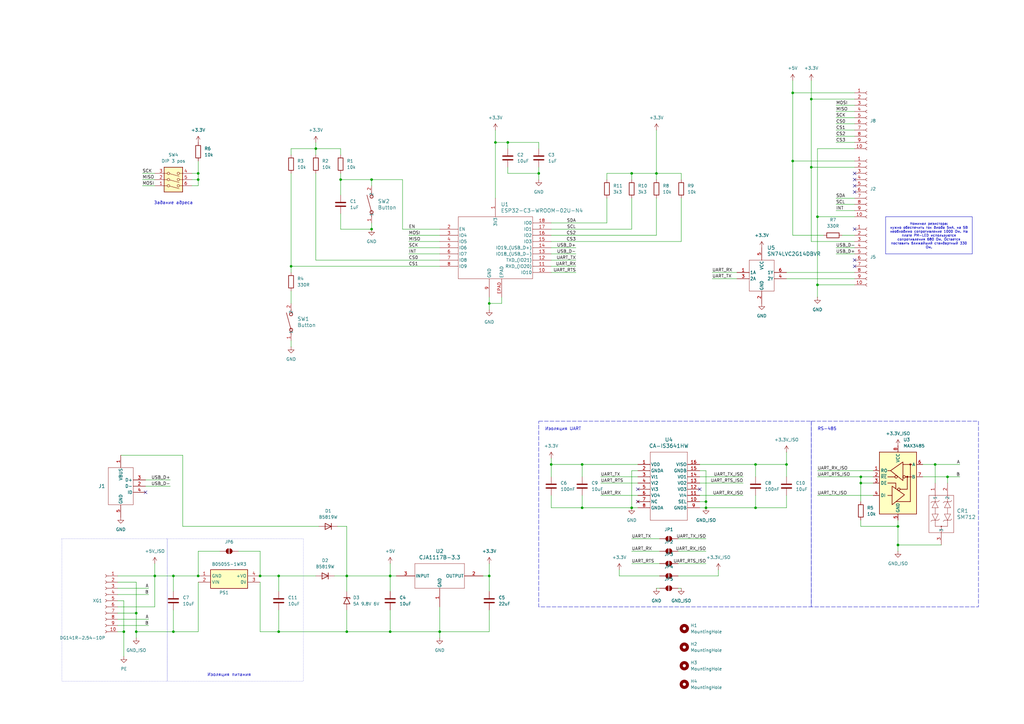
<source format=kicad_sch>
(kicad_sch (version 20231120) (generator "eeschema") (generator_version "8.0")
  (paper "A3")
  (title_block (title "${article} v${version}"))
  (junction (at 238.76 190.5))
  (junction (at 220.98 71.12))
  (junction (at 200.66 124.46))
  (junction (at 129.54 60.96))
  (junction (at 81.28 73.66))
  (junction (at 322.58 190.5))
  (junction (at 106.68 236.22))
  (junction (at 269.24 71.12))
  (junction (at 353.06 195.58))
  (junction (at 353.06 198.12))
  (junction (at 325.12 38.1))
  (junction (at 325.12 66.04))
  (junction (at 289.56 208.28))
  (junction (at 152.4 73.66))
  (junction (at 139.7 73.66))
  (junction (at 208.28 58.42))
  (junction (at 238.76 208.28))
  (junction (at 180.34 259.08))
  (junction (at 119.38 109.22))
  (junction (at 50.8 259.08))
  (junction (at 160.02 259.08))
  (junction (at 368.3 223.52))
  (junction (at 81.28 236.22))
  (junction (at 142.24 259.08))
  (junction (at 388.62 195.58))
  (junction (at 142.24 236.22))
  (junction (at 114.3 259.08))
  (junction (at 71.12 259.08))
  (junction (at 55.88 251.46))
  (junction (at 63.5 236.22))
  (junction (at 226.06 190.5))
  (junction (at 55.88 259.08))
  (junction (at 81.28 71.12))
  (junction (at 383.54 190.5))
  (junction (at 309.88 190.5))
  (junction (at 289.56 205.74))
  (junction (at 332.74 40.64))
  (junction (at 332.74 68.58))
  (junction (at 335.28 116.84))
  (junction (at 152.4 93.98))
  (junction (at 259.08 208.28))
  (junction (at 259.08 71.12))
  (junction (at 203.2 58.42))
  (junction (at 309.88 208.28))
  (junction (at 160.02 236.22))
  (junction (at 114.3 236.22))
  (junction (at 335.28 88.9))
  (junction (at 71.12 236.22))
  (junction (at 200.66 236.22))
  (junction (at 368.3 215.9))
  (no_connect (at 350.52 76.2))
  (no_connect (at 261.62 200.66))
  (no_connect (at 350.52 71.12))
  (no_connect (at 350.52 78.74))
  (no_connect (at 350.52 93.98))
  (no_connect (at 350.52 106.68))
  (no_connect (at 287.02 200.66))
  (no_connect (at 350.52 109.22))
  (no_connect (at 350.52 73.66))
  (no_connect (at 261.62 205.74))
  (no_connect (at 59.69 201.93))
  (wire (pts (xy 238.76 190.5) (xy 261.62 190.5)))
  (wire (pts (xy 332.74 40.64) (xy 350.52 40.64)))
  (wire (pts (xy 203.2 53.34) (xy 203.2 58.42)))
  (wire (pts (xy 278.13 231.14) (xy 289.56 231.14)))
  (wire (pts (xy 74.93 186.69) (xy 74.93 215.9)))
  (wire (pts (xy 287.02 203.2) (xy 304.8 203.2)))
  (wire (pts (xy 200.66 124.46) (xy 200.66 127)))
  (wire (pts (xy 325.12 66.04) (xy 325.12 96.52)))
  (wire (pts (xy 205.74 121.92) (xy 205.74 124.46)))
  (wire (pts (xy 139.7 60.96) (xy 139.7 63.5)))
  (wire (pts (xy 238.76 203.2) (xy 238.76 208.28)))
  (wire (pts (xy 58.42 76.2) (xy 63.5 76.2)))
  (wire (pts (xy 325.12 38.1) (xy 325.12 66.04)))
  (wire (pts (xy 342.9 50.8) (xy 350.52 50.8)))
  (wire (pts (xy 261.62 193.04) (xy 259.08 193.04)))
  (wire (pts (xy 50.8 259.08) (xy 48.26 259.08)))
  (wire (pts (xy 180.34 259.08) (xy 180.34 248.92)))
  (wire (pts (xy 78.74 73.66) (xy 81.28 73.66)))
  (wire (pts (xy 226.06 187.96) (xy 226.06 190.5)))
  (wire (pts (xy 238.76 195.58) (xy 238.76 190.5)))
  (wire (pts (xy 50.8 246.38) (xy 50.8 259.08)))
  (wire (pts (xy 342.9 86.36) (xy 350.52 86.36)))
  (wire (pts (xy 160.02 236.22) (xy 160.02 242.57)))
  (wire (pts (xy 309.88 190.5) (xy 322.58 190.5)))
  (wire (pts (xy 78.74 71.12) (xy 81.28 71.12)))
  (wire (pts (xy 152.4 73.66) (xy 152.4 76.2)))
  (wire (pts (xy 322.58 114.3) (xy 350.52 114.3)))
  (wire (pts (xy 269.24 71.12) (xy 269.24 73.66)))
  (wire (pts (xy 139.7 73.66) (xy 139.7 80.01)))
  (wire (pts (xy 278.13 226.06) (xy 289.56 226.06)))
  (wire (pts (xy 139.7 93.98) (xy 152.4 93.98)))
  (wire (pts (xy 226.06 111.76) (xy 236.22 111.76)))
  (wire (pts (xy 226.06 195.58) (xy 226.06 190.5)))
  (wire (pts (xy 309.88 190.5) (xy 287.02 190.5)))
  (wire (pts (xy 208.28 68.58) (xy 208.28 71.12)))
  (wire (pts (xy 342.9 101.6) (xy 350.52 101.6)))
  (wire (pts (xy 226.06 106.68) (xy 236.22 106.68)))
  (wire (pts (xy 335.28 60.96) (xy 335.28 88.9)))
  (wire (pts (xy 322.58 203.2) (xy 322.58 208.28)))
  (wire (pts (xy 246.38 198.12) (xy 261.62 198.12)))
  (wire (pts (xy 322.58 111.76) (xy 350.52 111.76)))
  (wire (pts (xy 81.28 238.76) (xy 81.28 259.08)))
  (wire (pts (xy 269.24 81.28) (xy 269.24 96.52)))
  (wire (pts (xy 142.24 250.19) (xy 142.24 259.08)))
  (wire (pts (xy 332.74 68.58) (xy 350.52 68.58)))
  (wire (pts (xy 71.12 250.19) (xy 71.12 259.08)))
  (wire (pts (xy 48.26 238.76) (xy 55.88 238.76)))
  (wire (pts (xy 278.13 220.98) (xy 289.56 220.98)))
  (wire (pts (xy 259.08 231.14) (xy 270.51 231.14)))
  (wire (pts (xy 289.56 208.28) (xy 309.88 208.28)))
  (wire (pts (xy 259.08 208.28) (xy 261.62 208.28)))
  (wire (pts (xy 342.9 48.26) (xy 350.52 48.26)))
  (wire (pts (xy 309.88 203.2) (xy 309.88 208.28)))
  (wire (pts (xy 388.62 195.58) (xy 393.7 195.58)))
  (wire (pts (xy 74.93 215.9) (xy 130.81 215.9)))
  (wire (pts (xy 71.12 242.57) (xy 71.12 236.22)))
  (wire (pts (xy 353.06 213.36) (xy 353.06 215.9)))
  (wire (pts (xy 114.3 250.19) (xy 114.3 259.08)))
  (wire (pts (xy 167.64 101.6) (xy 180.34 101.6)))
  (wire (pts (xy 119.38 119.38) (xy 119.38 124.46)))
  (wire (pts (xy 119.38 60.96) (xy 129.54 60.96)))
  (wire (pts (xy 106.68 259.08) (xy 114.3 259.08)))
  (wire (pts (xy 335.28 195.58) (xy 353.06 195.58)))
  (wire (pts (xy 139.7 71.12) (xy 139.7 73.66)))
  (wire (pts (xy 278.13 241.3) (xy 279.4 241.3)))
  (wire (pts (xy 350.52 60.96) (xy 335.28 60.96)))
  (wire (pts (xy 160.02 236.22) (xy 162.56 236.22)))
  (wire (pts (xy 119.38 63.5) (xy 119.38 60.96)))
  (wire (pts (xy 238.76 208.28) (xy 259.08 208.28)))
  (wire (pts (xy 59.69 199.39) (xy 69.85 199.39)))
  (wire (pts (xy 342.9 53.34) (xy 350.52 53.34)))
  (wire (pts (xy 129.54 60.96) (xy 139.7 60.96)))
  (wire (pts (xy 59.69 196.85) (xy 69.85 196.85)))
  (wire (pts (xy 142.24 236.22) (xy 142.24 242.57)))
  (wire (pts (xy 203.2 58.42) (xy 203.2 81.28)))
  (wire (pts (xy 180.34 261.62) (xy 180.34 259.08)))
  (wire (pts (xy 208.28 71.12) (xy 220.98 71.12)))
  (wire (pts (xy 152.4 73.66) (xy 165.1 73.66)))
  (wire (pts (xy 248.92 71.12) (xy 259.08 71.12)))
  (wire (pts (xy 119.38 139.7) (xy 119.38 142.24)))
  (wire (pts (xy 259.08 71.12) (xy 269.24 71.12)))
  (wire (pts (xy 119.38 109.22) (xy 119.38 71.12)))
  (wire (pts (xy 325.12 33.02) (xy 325.12 38.1)))
  (wire (pts (xy 129.54 71.12) (xy 129.54 106.68)))
  (wire (pts (xy 226.06 208.28) (xy 238.76 208.28)))
  (wire (pts (xy 138.43 215.9) (xy 142.24 215.9)))
  (wire (pts (xy 368.3 215.9) (xy 368.3 223.52)))
  (wire (pts (xy 226.06 190.5) (xy 238.76 190.5)))
  (wire (pts (xy 200.66 236.22) (xy 200.66 242.57)))
  (wire (pts (xy 248.92 81.28) (xy 248.92 91.44)))
  (wire (pts (xy 48.26 254) (xy 60.96 254)))
  (wire (pts (xy 137.16 236.22) (xy 142.24 236.22)))
  (wire (pts (xy 200.66 121.92) (xy 200.66 124.46)))
  (wire (pts (xy 203.2 58.42) (xy 208.28 58.42)))
  (wire (pts (xy 358.14 198.12) (xy 353.06 198.12)))
  (wire (pts (xy 220.98 58.42) (xy 220.98 60.96)))
  (wire (pts (xy 106.68 236.22) (xy 114.3 236.22)))
  (wire (pts (xy 142.24 259.08) (xy 160.02 259.08)))
  (wire (pts (xy 350.52 116.84) (xy 335.28 116.84)))
  (wire (pts (xy 200.66 259.08) (xy 180.34 259.08)))
  (wire (pts (xy 55.88 251.46) (xy 55.88 259.08)))
  (wire (pts (xy 322.58 195.58) (xy 322.58 190.5)))
  (wire (pts (xy 55.88 238.76) (xy 55.88 251.46)))
  (wire (pts (xy 254 236.22) (xy 254 233.68)))
  (wire (pts (xy 246.38 203.2) (xy 261.62 203.2)))
  (wire (pts (xy 48.26 248.92) (xy 63.5 248.92)))
  (wire (pts (xy 71.12 259.08) (xy 81.28 259.08)))
  (wire (pts (xy 160.02 259.08) (xy 180.34 259.08)))
  (wire (pts (xy 48.26 246.38) (xy 50.8 246.38)))
  (wire (pts (xy 63.5 231.14) (xy 63.5 236.22)))
  (wire (pts (xy 55.88 259.08) (xy 71.12 259.08)))
  (wire (pts (xy 226.06 99.06) (xy 279.4 99.06)))
  (wire (pts (xy 208.28 58.42) (xy 220.98 58.42)))
  (wire (pts (xy 119.38 109.22) (xy 119.38 111.76)))
  (wire (pts (xy 152.4 91.44) (xy 152.4 93.98)))
  (wire (pts (xy 259.08 73.66) (xy 259.08 71.12)))
  (wire (pts (xy 342.9 58.42) (xy 350.52 58.42)))
  (wire (pts (xy 81.28 66.04) (xy 81.28 71.12)))
  (wire (pts (xy 368.3 223.52) (xy 368.3 226.06)))
  (wire (pts (xy 220.98 71.12) (xy 220.98 73.66)))
  (wire (pts (xy 294.64 233.68) (xy 294.64 236.22)))
  (wire (pts (xy 200.66 124.46) (xy 205.74 124.46)))
  (wire (pts (xy 337.82 96.52) (xy 325.12 96.52)))
  (wire (pts (xy 165.1 73.66) (xy 165.1 93.98)))
  (wire (pts (xy 63.5 236.22) (xy 63.5 248.92)))
  (wire (pts (xy 200.66 236.22) (xy 200.66 231.14)))
  (wire (pts (xy 309.88 195.58) (xy 309.88 190.5)))
  (wire (pts (xy 90.17 226.06) (xy 81.28 226.06)))
  (wire (pts (xy 129.54 106.68) (xy 180.34 106.68)))
  (wire (pts (xy 322.58 185.42) (xy 322.58 190.5)))
  (wire (pts (xy 388.62 198.12) (xy 388.62 195.58)))
  (wire (pts (xy 71.12 236.22) (xy 81.28 236.22)))
  (wire (pts (xy 294.64 236.22) (xy 278.13 236.22)))
  (wire (pts (xy 106.68 238.76) (xy 106.68 259.08)))
  (wire (pts (xy 368.3 223.52) (xy 386.08 223.52)))
  (wire (pts (xy 287.02 198.12) (xy 304.8 198.12)))
  (wire (pts (xy 58.42 71.12) (xy 63.5 71.12)))
  (wire (pts (xy 368.3 215.9) (xy 368.3 213.36)))
  (wire (pts (xy 342.9 55.88) (xy 350.52 55.88)))
  (wire (pts (xy 287.02 205.74) (xy 289.56 205.74)))
  (wire (pts (xy 383.54 190.5) (xy 393.7 190.5)))
  (wire (pts (xy 287.02 193.04) (xy 289.56 193.04)))
  (wire (pts (xy 309.88 208.28) (xy 322.58 208.28)))
  (wire (pts (xy 383.54 198.12) (xy 383.54 190.5)))
  (wire (pts (xy 292.1 111.76) (xy 302.26 111.76)))
  (wire (pts (xy 269.24 71.12) (xy 279.4 71.12)))
  (wire (pts (xy 332.74 40.64) (xy 332.74 68.58)))
  (wire (pts (xy 353.06 198.12) (xy 353.06 205.74)))
  (wire (pts (xy 335.28 203.2) (xy 358.14 203.2)))
  (wire (pts (xy 63.5 236.22) (xy 48.26 236.22)))
  (wire (pts (xy 58.42 73.66) (xy 63.5 73.66)))
  (wire (pts (xy 226.06 109.22) (xy 236.22 109.22)))
  (wire (pts (xy 114.3 242.57) (xy 114.3 236.22)))
  (wire (pts (xy 269.24 53.34) (xy 269.24 71.12)))
  (wire (pts (xy 200.66 250.19) (xy 200.66 259.08)))
  (wire (pts (xy 142.24 259.08) (xy 114.3 259.08)))
  (wire (pts (xy 335.28 193.04) (xy 358.14 193.04)))
  (wire (pts (xy 332.74 33.02) (xy 332.74 40.64)))
  (wire (pts (xy 142.24 215.9) (xy 142.24 236.22)))
  (wire (pts (xy 353.06 215.9) (xy 368.3 215.9)))
  (wire (pts (xy 342.9 81.28) (xy 350.52 81.28)))
  (wire (pts (xy 114.3 236.22) (xy 129.54 236.22)))
  (wire (pts (xy 259.08 81.28) (xy 259.08 93.98)))
  (wire (pts (xy 139.7 73.66) (xy 152.4 73.66)))
  (wire (pts (xy 332.74 99.06) (xy 350.52 99.06)))
  (wire (pts (xy 289.56 193.04) (xy 289.56 205.74)))
  (wire (pts (xy 226.06 91.44) (xy 248.92 91.44)))
  (wire (pts (xy 129.54 60.96) (xy 129.54 63.5)))
  (wire (pts (xy 259.08 226.06) (xy 270.51 226.06)))
  (wire (pts (xy 81.28 73.66) (xy 81.28 76.2)))
  (wire (pts (xy 78.74 76.2) (xy 81.28 76.2)))
  (wire (pts (xy 259.08 220.98) (xy 270.51 220.98)))
  (wire (pts (xy 325.12 38.1) (xy 350.52 38.1)))
  (wire (pts (xy 335.28 116.84) (xy 335.28 121.92)))
  (wire (pts (xy 270.51 236.22) (xy 254 236.22)))
  (wire (pts (xy 289.56 205.74) (xy 289.56 208.28)))
  (wire (pts (xy 226.06 96.52) (xy 269.24 96.52)))
  (wire (pts (xy 63.5 236.22) (xy 71.12 236.22)))
  (wire (pts (xy 226.06 101.6) (xy 236.22 101.6)))
  (wire (pts (xy 167.64 99.06) (xy 180.34 99.06)))
  (wire (pts (xy 81.28 71.12) (xy 81.28 73.66)))
  (wire (pts (xy 226.06 203.2) (xy 226.06 208.28)))
  (wire (pts (xy 160.02 231.14) (xy 160.02 236.22)))
  (wire (pts (xy 269.24 241.3) (xy 270.51 241.3)))
  (wire (pts (xy 50.8 269.24) (xy 50.8 259.08)))
  (wire (pts (xy 378.46 190.5) (xy 383.54 190.5)))
  (wire (pts (xy 160.02 250.19) (xy 160.02 259.08)))
  (wire (pts (xy 279.4 73.66) (xy 279.4 71.12)))
  (wire (pts (xy 292.1 114.3) (xy 302.26 114.3)))
  (wire (pts (xy 48.26 241.3) (xy 60.96 241.3)))
  (wire (pts (xy 342.9 45.72) (xy 350.52 45.72)))
  (wire (pts (xy 342.9 43.18) (xy 350.52 43.18)))
  (wire (pts (xy 342.9 104.14) (xy 350.52 104.14)))
  (wire (pts (xy 353.06 198.12) (xy 353.06 195.58)))
  (wire (pts (xy 198.12 236.22) (xy 200.66 236.22)))
  (wire (pts (xy 378.46 195.58) (xy 388.62 195.58)))
  (wire (pts (xy 350.52 96.52) (xy 345.44 96.52)))
  (wire (pts (xy 287.02 195.58) (xy 304.8 195.58)))
  (wire (pts (xy 97.79 226.06) (xy 106.68 226.06)))
  (wire (pts (xy 287.02 208.28) (xy 289.56 208.28)))
  (wire (pts (xy 226.06 104.14) (xy 236.22 104.14)))
  (wire (pts (xy 142.24 236.22) (xy 160.02 236.22)))
  (wire (pts (xy 335.28 116.84) (xy 335.28 88.9)))
  (wire (pts (xy 208.28 60.96) (xy 208.28 58.42)))
  (wire (pts (xy 48.26 256.54) (xy 60.96 256.54)))
  (wire (pts (xy 129.54 58.42) (xy 129.54 60.96)))
  (wire (pts (xy 335.28 88.9) (xy 350.52 88.9)))
  (wire (pts (xy 226.06 93.98) (xy 259.08 93.98)))
  (wire (pts (xy 106.68 226.06) (xy 106.68 236.22)))
  (wire (pts (xy 246.38 195.58) (xy 261.62 195.58)))
  (wire (pts (xy 259.08 193.04) (xy 259.08 208.28)))
  (wire (pts (xy 332.74 99.06) (xy 332.74 68.58)))
  (wire (pts (xy 279.4 81.28) (xy 279.4 99.06)))
  (wire (pts (xy 49.53 186.69) (xy 74.93 186.69)))
  (wire (pts (xy 55.88 259.08) (xy 55.88 261.62)))
  (wire (pts (xy 167.64 96.52) (xy 180.34 96.52)))
  (wire (pts (xy 139.7 87.63) (xy 139.7 93.98)))
  (wire (pts (xy 81.28 226.06) (xy 81.28 236.22)))
  (wire (pts (xy 325.12 66.04) (xy 350.52 66.04)))
  (wire (pts (xy 342.9 83.82) (xy 350.52 83.82)))
  (wire (pts (xy 165.1 93.98) (xy 180.34 93.98)))
  (wire (pts (xy 48.26 251.46) (xy 55.88 251.46)))
  (wire (pts (xy 353.06 195.58) (xy 358.14 195.58)))
  (wire (pts (xy 119.38 109.22) (xy 180.34 109.22)))
  (wire (pts (xy 167.64 104.14) (xy 180.34 104.14)))
  (wire (pts (xy 220.98 68.58) (xy 220.98 71.12)))
  (wire (pts (xy 48.26 243.84) (xy 60.96 243.84)))
  (wire (pts (xy 248.92 73.66) (xy 248.92 71.12)))
  (rectangle (start 25.4 220.98) (end 68.58 279.4) (stroke (width 0) (type dot)))
  (rectangle (start 220.98 172.72) (end 332.74 248.92) (stroke (width 0) (type dash)))
  (rectangle (start 332.74 172.72) (end 401.32 248.92) (stroke (width 0) (type dash)))
  (rectangle (start 68.58 220.98) (end 124.46 279.4) (stroke (width 0) (type dot)))
  (text_box "Номинал резистора:\nнужно обеспечить ток диода 5мА, на 5В необходимо сопротивление 1000 Ом. На плате PM-LED используются сопротивления 680 Ом. Остается поставить ближайший стандартный 330 Ом." (at 363.22 88.9 0) (size 35.56 15.24) (effects (font (size 1 1))))
  (text "Задание адреса" (at 71.12 83.312 0) (effects (font (size 1.27 1.27))))
  (text "RS-485" (at 335.28 175.26 0) (effects (font (size 1.27 1.27)) (justify left top)))
  (text "Изоляция UART" (at 223.52 175.26 0) (effects (font (size 1.27 1.27)) (justify left top)))
  (text "Изоляция питания" (at 93.98 276.86 0) (effects (font (size 1.27 1.27))))
  (label "UART_RX_ISO" (at 304.8 203.2 180))
  (label "SDA" (at 342.9 81.28 0))
  (label "USB_D+" (at 69.85 196.85 180))
  (label "CS2" (at 236.22 96.52 180))
  (label "UART_RTS_ISO" (at 335.28 195.58 0))
  (label "USB_D-" (at 69.85 199.39 180))
  (label "CS0" (at 167.64 106.68 0))
  (label "CS1" (at 167.64 109.22 0))
  (label "UART_RX" (at 246.38 203.2 0))
  (label "UART_RTS_ISO" (at 304.8 198.12 180))
  (label "SCK" (at 58.42 71.12 0))
  (label "CS1" (at 342.9 53.34 0))
  (label "UART_TX_ISO" (at 289.56 220.98 180))
  (label "CS2" (at 342.9 55.88 0))
  (label "MISO" (at 58.42 73.66 0))
  (label "SCK" (at 167.64 101.6 0))
  (label "MOSI" (at 342.9 43.18 0))
  (label "UART_RTS" (at 259.08 231.14 0))
  (label "SCL" (at 342.9 83.82 0))
  (label "CS0" (at 342.9 50.8 0))
  (label "UART_RTS" (at 246.38 198.12 0))
  (label "SCK" (at 342.9 48.26 0))
  (label "UART_RX" (at 259.08 226.06 0))
  (label "USB_D+" (at 342.9 104.14 0))
  (label "A" (at 393.7 190.5 180))
  (label "INT" (at 342.9 86.36 0))
  (label "USB_D-" (at 236.22 104.14 180))
  (label "SCL" (at 236.22 93.98 180))
  (label "UART_RX_ISO" (at 289.56 226.06 180))
  (label "USB_D+" (at 236.22 101.6 180))
  (label "A" (at 60.96 254 180))
  (label "MISO" (at 342.9 45.72 0))
  (label "UART_TX_ISO" (at 304.8 195.58 180))
  (label "A" (at 60.96 241.3 180))
  (label "UART_RTS_ISO" (at 289.56 231.14 180))
  (label "UART_TX_ISO" (at 335.28 203.2 0))
  (label "CS3" (at 342.9 58.42 0))
  (label "MISO" (at 167.64 99.06 0))
  (label "SDA" (at 236.22 91.44 180))
  (label "UART_TX" (at 292.1 114.3 0))
  (label "UART_TX" (at 246.38 195.58 0))
  (label "UART_RX" (at 236.22 109.22 180))
  (label "UART_RX_ISO" (at 335.28 193.04 0))
  (label "CS3" (at 236.22 99.06 180))
  (label "EN" (at 167.64 93.98 0))
  (label "MOSI" (at 58.42 76.2 0))
  (label "UART_TX" (at 259.08 220.98 0))
  (label "UART_RX" (at 292.1 111.76 0))
  (label "B" (at 60.96 243.84 180))
  (label "MOSI" (at 167.64 96.52 0))
  (label "B" (at 60.96 256.54 180))
  (label "UART_TX" (at 236.22 106.68 180))
  (label "INT" (at 167.64 104.14 0))
  (label "USB_D-" (at 342.9 101.6 0))
  (label "UART_RTS" (at 236.22 111.76 180))
  (label "B" (at 393.7 195.58 180))
  (symbol (lib_id "kicad_inventree_lib:R_10k_1206_1%") (at 129.54 67.31 0) (unit 1)
    (property "Reference" "R2" (at 132.08 66.0399 0) (effects (justify left)))
    (property "Value" "10k" (at 132.08 68.5799 0) (effects (justify left)))
    (property "Footprint" "Resistor_SMD:R_1206_3216Metric_Pad1.30x1.75mm_HandSolder" (effects (hide yes)))
    (property "Datasheet" "http://inventree.network/part/26/" (effects (hide yes)))
    (property "Description" "Resistor" (effects (hide yes)))
    (property "NextPCB_price" "0.00169" (effects (hide yes)))
    (property "NextPCB_url" "https://www.hqonline.com/product-detail/chip-resistors-fojan-frc1206f3301ts-2500354421" (effects (hide yes)))
    (property "part_ipn" "R_10k_1206_1%" (effects (hide yes)))
  )
  (symbol (lib_id "kicad_inventree_lib:DA-03BLP") (at 71.12 73.66 0) (mirror x) (unit 1)
    (property "Reference" "SW4" (at 71.12 63.5 0))
    (property "Value" "DIP 3 pos" (at 71.12 66.04 0))
    (property "Footprint" "kicad_inventree_lib:DA03BLP" (effects (hide yes)))
    (property "Datasheet" "http://inventree.network/part/175/" (effects (hide yes)))
    (property "Description" "3 positions SPST 24V Blue 25mA 3000 Times Flat Toggle, Raised Style Plugin DIP Switches" (effects (hide yes)))
    (property "part_ipn" "DA-03BLP" (effects (hide yes)))
  )
  (symbol (lib_id "kicad_inventree_lib:TS-1088-AR02016") (at 152.4 91.44 90) (unit 1)
    (property "Reference" "SW2" (at 154.94 82.5499 90) (effects (font (size 1.524 1.524)) (justify right)))
    (property "Value" "Button" (at 154.94 85.0899 90) (effects (font (size 1.524 1.524)) (justify right)))
    (property "Footprint" "kicad_inventree_lib:SW_TS-1088_XNP-M" (effects (hide yes)))
    (property "Datasheet" "http://inventree.network/part/139/" (effects (hide yes)))
    (property "part_ipn" "TS-1088-AR02016 " (effects (hide yes)))
  )
  (symbol (lib_id "power:+3.3V") (at 312.42 101.6 0) (unit 1)
    (property "Reference" "#PWR029" (effects (hide yes)))
    (property "Value" "+3.3V" (at 312.42 96.52 0))
    (property "Description" "Power symbol creates a global label with name \"+3.3V\"" (effects (hide yes)))
  )
  (symbol (lib_id "kicad_inventree_lib:R_10k_1206_1%") (at 81.28 62.23 0) (unit 1)
    (property "Reference" "R6" (at 83.82 60.9599 0) (effects (justify left)))
    (property "Value" "10k" (at 83.82 63.4999 0) (effects (justify left)))
    (property "Footprint" "Resistor_SMD:R_1206_3216Metric_Pad1.30x1.75mm_HandSolder" (effects (hide yes)))
    (property "Datasheet" "http://inventree.network/part/26/" (effects (hide yes)))
    (property "Description" "Resistor" (effects (hide yes)))
    (property "NextPCB_price" "0.00169" (effects (hide yes)))
    (property "NextPCB_url" "https://www.hqonline.com/product-detail/chip-resistors-fojan-frc1206f3301ts-2500354421" (effects (hide yes)))
    (property "part_ipn" "R_10k_1206_1%" (effects (hide yes)))
  )
  (symbol (lib_id "kicad_inventree_lib:C_10uF_16V_1206") (at 208.28 64.77 180) (unit 1)
    (property "Reference" "C2" (at 212.09 63.4999 0) (effects (justify right)))
    (property "Value" "10uF" (at 212.09 66.0399 0) (effects (justify right)))
    (property "Footprint" "Capacitor_SMD:C_1206_3216Metric_Pad1.33x1.80mm_HandSolder" (effects (hide yes)))
    (property "Datasheet" "http://inventree.network/part/141/" (effects (hide yes)))
    (property "Description" "Unpolarized capacitor" (effects (hide yes)))
    (property "part_ipn" "C_10uF_16V_1206" (effects (hide yes)))
  )
  (symbol (lib_id "power:GND") (at 259.08 208.28 0) (unit 1)
    (property "Reference" "#PWR021" (effects (hide yes)))
    (property "Value" "GND" (at 259.08 213.36 0))
    (property "Description" "Power symbol creates a global label with name \"GND\" , ground" (effects (hide yes)))
  )
  (symbol (lib_id "kicad_inventree_lib:R_330R_1206_1%") (at 119.38 115.57 0) (unit 1)
    (property "Reference" "R4" (at 121.92 114.2999 0) (effects (justify left)))
    (property "Value" "330R" (at 121.92 116.8399 0) (effects (justify left)))
    (property "Footprint" "Resistor_SMD:R_1206_3216Metric_Pad1.30x1.75mm_HandSolder" (effects (hide yes)))
    (property "Datasheet" "http://inventree.network/part/140/" (effects (hide yes)))
    (property "Description" "Resistor" (effects (hide yes)))
    (property "part_ipn" "R_330R_1206_1% " (effects (hide yes)))
  )
  (symbol (lib_id "power:+3.3V") (at 81.28 58.42 0) (unit 1)
    (property "Reference" "#PWR012" (effects (hide yes)))
    (property "Value" "+3.3V" (at 81.28 53.34 0))
    (property "Description" "Power symbol creates a global label with name \"+3.3V\"" (effects (hide yes)))
  )
  (symbol (lib_id "kicad_inventree_lib:C_1uF_16V_1206") (at 139.7 83.82 0) (unit 1)
    (property "Reference" "C1" (at 143.51 82.5499 0) (effects (justify left)))
    (property "Value" "1uF" (at 143.51 85.0899 0) (effects (justify left)))
    (property "Footprint" "Capacitor_SMD:C_1206_3216Metric_Pad1.33x1.80mm_HandSolder" (effects (hide yes)))
    (property "Datasheet" "http://inventree.network/part/141/" (effects (hide yes)))
    (property "Description" "Unpolarized capacitor" (effects (hide yes)))
    (property "part_ipn" "C_1uF_16V_1206" (effects (hide yes)))
  )
  (symbol (lib_id "power:GND") (at 220.98 73.66 0) (unit 1)
    (property "Reference" "#PWR010" (effects (hide yes)))
    (property "Value" "GND" (at 220.98 78.74 0))
    (property "Description" "Power symbol creates a global label with name \"GND\" , ground" (effects (hide yes)))
  )
  (symbol (lib_id "power:GND") (at 279.4 241.3 0) (mirror y) (unit 1)
    (property "Reference" "#PWR027" (effects (hide yes)))
    (property "Value" "GND_ISO" (at 279.4 246.38 0))
    (property "Description" "Power symbol creates a global label with name \"GND\" , ground" (effects (hide yes)))
  )
  (symbol (lib_id "kicad_inventree_lib:R_10k_1206_1%") (at 119.38 67.31 0) (unit 1)
    (property "Reference" "R3" (at 121.92 66.0399 0) (effects (justify left)))
    (property "Value" "10k" (at 121.92 68.5799 0) (effects (justify left)))
    (property "Footprint" "Resistor_SMD:R_1206_3216Metric_Pad1.30x1.75mm_HandSolder" (effects (hide yes)))
    (property "Datasheet" "http://inventree.network/part/26/" (effects (hide yes)))
    (property "Description" "Resistor" (effects (hide yes)))
    (property "NextPCB_price" "0.00169" (effects (hide yes)))
    (property "NextPCB_url" "https://www.hqonline.com/product-detail/chip-resistors-fojan-frc1206f3301ts-2500354421" (effects (hide yes)))
    (property "part_ipn" "R_10k_1206_1%" (effects (hide yes)))
  )
  (symbol (lib_id "kicad_inventree_lib:C_22uF_16V_1206") (at 200.66 246.38 0) (unit 1)
    (property "Reference" "C5" (at 204.47 245.1099 0) (effects (justify left)))
    (property "Value" "22uF" (at 204.47 247.6499 0) (effects (justify left)))
    (property "Footprint" "Capacitor_SMD:C_1206_3216Metric_Pad1.33x1.80mm_HandSolder" (effects (hide yes)))
    (property "Datasheet" "http://inventree.network/part/166/" (effects (hide yes)))
    (property "Description" "Unpolarized capacitor" (effects (hide yes)))
    (property "part_ipn" "C_22uF_16V_1206" (effects (hide yes)))
  )
  (symbol (lib_id "power:+5V") (at 325.12 33.02 0) (unit 1)
    (property "Reference" "#PWR03" (effects (hide yes)))
    (property "Value" "+5V" (at 325.12 27.94 0))
    (property "Description" "Power symbol creates a global label with name \"+5V\"" (effects (hide yes)))
  )
  (symbol (lib_id "kicad_inventree_lib:C_10uF_16V_1206") (at 238.76 199.39 0) (unit 1)
    (property "Reference" "C9" (at 242.57 198.1199 0) (effects (justify left)))
    (property "Value" "10uF" (at 242.57 200.6599 0) (effects (justify left)))
    (property "Footprint" "Capacitor_SMD:C_1206_3216Metric_Pad1.33x1.80mm_HandSolder" (effects (hide yes)))
    (property "Datasheet" "http://inventree.network/part/141/" (effects (hide yes)))
    (property "Description" "Unpolarized capacitor" (effects (hide yes)))
    (property "part_ipn" "C_10uF_16V_1206" (effects (hide yes)))
    (property "optional" "1" (effects (hide yes)))
  )
  (symbol (lib_id "Jumper:SolderJumper_2_Open") (at 274.32 231.14 0) (unit 1) (exclude_from_sim yes) (in_bom no)
    (property "Reference" "JP3" (at 274.32 227.33 0))
    (property "Value" "SolderJumper_2_Open" (effects (hide yes)))
    (property "Footprint" "Jumper:SolderJumper-2_P1.3mm_Open_RoundedPad1.0x1.5mm" (effects (hide yes)))
    (property "Description" "Solder Jumper, 2-pole, open" (effects (hide yes)))
  )
  (symbol (lib_id "power:+3.3V") (at 294.64 233.68 0) (unit 1)
    (property "Reference" "#PWR026" (effects (hide yes)))
    (property "Value" "+3.3V_ISO" (at 294.64 228.6 0))
    (property "Description" "Power symbol creates a global label with name \"+3.3V\"" (effects (hide yes)))
  )
  (symbol (lib_id "kicad_inventree_lib:DG141R-2.54-10P") (at 43.18 246.38 0) (mirror y) (unit 1)
    (property "Reference" "XG1" (at 41.91 246.3799 0) (effects (justify left)))
    (property "Value" "DG141R-2.54-10P" (at 43.18 261.62 0) (effects (justify left)))
    (property "Footprint" "kicad_inventree_lib:DG141R-2.54-10P" (effects (hide yes)))
    (property "Datasheet" "http://inventree.network/platform/part/183/details" (effects (hide yes)))
    (property "Description" "Generic connector, single row, 01x10, script generated" (effects (hide yes)))
    (property "part_ipn" "DG141R-2.54-10P" (effects (hide yes)))
  )
  (symbol (lib_id "kicad_inventree_lib:B5819W") (at 134.62 215.9 180) (unit 1)
    (property "Reference" "D1" (at 134.62 209.55 0))
    (property "Value" "B5819W" (at 134.62 212.09 0))
    (property "Footprint" "Diode_SMD:D_SOD-123" (effects (hide yes)))
    (property "Datasheet" "http://inventree.network/part/6/" (effects (hide yes)))
    (property "Description" "Schottky diode" (effects (hide yes)))
    (property "Sim.Device" "D" (effects (hide yes)))
    (property "Sim.Pins" "1=K 2=A" (effects (hide yes)))
    (property "Manufacturer" "MDD" (effects (hide yes)))
    (property "NextPCB_price" "0.0107" (effects (hide yes)))
    (property "NextPCB_url" "https://www.hqonline.com/product-detail/schottky-diode-mdd-b5819w-2500218931" (effects (hide yes)))
    (property "part_ipn" "B5819W" (effects (hide yes)))
  )
  (symbol (lib_id "kicad_inventree_lib:TS-1088-AR02016") (at 119.38 139.7 90) (unit 1)
    (property "Reference" "SW1" (at 121.92 130.8099 90) (effects (font (size 1.524 1.524)) (justify right)))
    (property "Value" "Button" (at 121.92 133.3499 90) (effects (font (size 1.524 1.524)) (justify right)))
    (property "Footprint" "kicad_inventree_lib:SW_TS-1088_XNP-M" (effects (hide yes)))
    (property "Datasheet" "http://inventree.network/part/139/" (effects (hide yes)))
    (property "part_ipn" "TS-1088-AR02016 " (effects (hide yes)))
  )
  (symbol (lib_id "power:GND") (at 152.4 93.98 0) (unit 1)
    (property "Reference" "#PWR09" (effects (hide yes)))
    (property "Value" "GND" (at 152.4 99.06 0))
    (property "Description" "Power symbol creates a global label with name \"GND\" , ground" (effects (hide yes)))
  )
  (symbol (lib_id "Mechanical:MountingHole") (at 280.67 280.67 0) (unit 1) (exclude_from_sim yes) (in_bom no)
    (property "Reference" "H4" (at 283.21 279.3999 0) (effects (justify left)))
    (property "Value" "MountingHole" (at 283.21 281.9399 0) (effects (justify left)))
    (property "Footprint" "MountingHole:MountingHole_2.1mm" (effects (hide yes)))
    (property "Description" "Mounting Hole without connection" (effects (hide yes)))
  )
  (symbol (lib_name "AFA07-S10FCC-00_2") (lib_id "kicad_inventree_lib:AFA07-S10FCC-00") (at 355.6 76.2 0) (unit 1)
    (property "Reference" "J2" (at 356.87 77.4699 0) (effects (justify left)))
    (property "Value" "AFA07-S10FCC-00" (effects (hide yes)))
    (property "Footprint" "kicad_inventree_lib:CONN10_AFA07-S10_JUS" (effects (hide yes)))
    (property "Datasheet" "http://inventree.network/part/170/" (effects (hide yes)))
    (property "Description" "Generic connector, single row, 01x10, script generated" (effects (hide yes)))
    (property "part_ipn" "AFA07-S10FCC-00" (effects (hide yes)))
  )
  (symbol (lib_id "kicad_inventree_lib:LESD3Z5.0T1G") (at 142.24 246.38 270) (unit 1)
    (property "Reference" "D3" (at 144.78 245.1099 90) (effects (justify left)))
    (property "Value" "5A 9.8V 6V" (at 144.78 247.6499 90) (effects (justify left)))
    (property "Footprint" "Diode_SMD:D_SOD-323_HandSoldering" (effects (hide yes)))
    (property "Datasheet" "http://inventree.network/part/167/" (effects (hide yes)))
    (property "Description" "5A 9.8V 6V Unidirectional 5V SOD-323 ESD and Surge Protection (TVS/ESD) ROHS" (effects (hide yes)))
    (property "part_ipn" "LESD3Z5.0T1G" (effects (hide yes)))
  )
  (symbol (lib_id "kicad_inventree_lib:R_10k_1206_1%") (at 269.24 77.47 0) (unit 1)
    (property "Reference" "R8" (at 271.78 76.1999 0) (effects (justify left)))
    (property "Value" "10k" (at 271.78 78.7399 0) (effects (justify left)))
    (property "Footprint" "Resistor_SMD:R_1206_3216Metric_Pad1.30x1.75mm_HandSolder" (effects (hide yes)))
    (property "Datasheet" "http://inventree.network/part/26/" (effects (hide yes)))
    (property "Description" "Resistor" (effects (hide yes)))
    (property "NextPCB_price" "0.00169" (effects (hide yes)))
    (property "NextPCB_url" "https://www.hqonline.com/product-detail/chip-resistors-fojan-frc1206f3301ts-2500354421" (effects (hide yes)))
    (property "part_ipn" "R_10k_1206_1%" (effects (hide yes)))
  )
  (symbol (lib_id "kicad_inventree_lib:R_3k3_1206_1%") (at 259.08 77.47 0) (unit 1)
    (property "Reference" "R10" (at 261.62 76.1999 0) (effects (justify left)))
    (property "Value" "3k3" (at 261.62 78.7399 0) (effects (justify left)))
    (property "Footprint" "Resistor_SMD:R_1206_3216Metric_Pad1.30x1.75mm_HandSolder" (effects (hide yes)))
    (property "Datasheet" "http://inventree.network/part/4/" (effects (hide yes)))
    (property "Description" "Resistor" (effects (hide yes)))
    (property "NextPCB_price" "0.00169" (effects (hide yes)))
    (property "NextPCB_url" "https://www.hqonline.com/product-detail/chip-resistors-fojan-frc1206f3301ts-2500354421" (effects (hide yes)))
    (property "part_ipn" "R_3k3_1206_1%" (effects (hide yes)))
  )
  (symbol (lib_id "power:+3.3V") (at 332.74 33.02 0) (unit 1)
    (property "Reference" "#PWR04" (effects (hide yes)))
    (property "Value" "+3.3V" (at 332.74 27.94 0))
    (property "Description" "Power symbol creates a global label with name \"+3.3V\"" (effects (hide yes)))
  )
  (symbol (lib_id "Mechanical:MountingHole") (at 280.67 265.43 0) (unit 1) (exclude_from_sim yes) (in_bom no)
    (property "Reference" "H2" (at 283.21 264.1599 0) (effects (justify left)))
    (property "Value" "MountingHole" (at 283.21 266.6999 0) (effects (justify left)))
    (property "Footprint" "MountingHole:MountingHole_2.1mm" (effects (hide yes)))
    (property "Description" "Mounting Hole without connection" (effects (hide yes)))
  )
  (symbol (lib_id "kicad_inventree_lib:XKG_U254-051T-4BH83-S1S") (at 49.53 191.77 0) (mirror y) (unit 1)
    (property "Reference" "J1" (at 43.18 199.3899 0) (effects (font (size 1.524 1.524)) (justify left)))
    (property "Value" "U254-051T-4BH83-S1S" (effects (hide yes)))
    (property "Footprint" "kicad_inventree_lib:CONN5_H83-S1S_XKB" (effects (hide yes)))
    (property "Datasheet" "http://inventree.network/part/136/" (effects (hide yes)))
    (property "part_ipn" "U254-051T-4BH83-S1S " (effects (hide yes)))
  )
  (symbol (lib_id "kicad_inventree_lib:C_1uF_16V_1206") (at 220.98 64.77 0) (unit 1)
    (property "Reference" "C3" (at 224.79 63.4999 0) (effects (justify left)))
    (property "Value" "1uF" (at 224.79 66.0399 0) (effects (justify left)))
    (property "Footprint" "Capacitor_SMD:C_1206_3216Metric_Pad1.33x1.80mm_HandSolder" (effects (hide yes)))
    (property "Datasheet" "http://inventree.network/part/141/" (effects (hide yes)))
    (property "Description" "Unpolarized capacitor" (effects (hide yes)))
    (property "part_ipn" "C_1uF_16V_1206" (effects (hide yes)))
  )
  (symbol (lib_id "kicad_inventree_lib:B0505S-1WR3") (at 78.74 236.22 0) (unit 1)
    (property "Reference" "PS1" (at 89.916 243.078 0) (effects (justify left)))
    (property "Value" "B0505S-1WR3" (at 86.868 231.394 0) (effects (justify left)))
    (property "Footprint" "B0505S1WR3" (effects (hide yes)))
    (property "Datasheet" "http://inventree.network/platform/part/181/details" (effects (hide yes)))
    (property "Description" "SIP Converter" (effects (hide yes)))
    (property "Height" "10.16" (effects (hide yes)))
    (property "Manufacturer_Name" "Mornsun Power" (effects (hide yes)))
    (property "Manufacturer_Part_Number" "B0505S-1WR3" (effects (hide yes)))
    (property "part_ipn" "B0505S-1WR3" (effects (hide yes)))
    (property "optional" "1" (effects (hide yes)))
  )
  (symbol (lib_id "Jumper:SolderJumper_2_Open") (at 274.32 241.3 0) (unit 1) (exclude_from_sim yes) (in_bom no)
    (property "Reference" "JP5" (at 274.32 237.49 0))
    (property "Value" "SolderJumper_2_Open" (effects (hide yes)))
    (property "Footprint" "Jumper:SolderJumper-2_P1.3mm_Open_RoundedPad1.0x1.5mm" (effects (hide yes)))
    (property "Description" "Solder Jumper, 2-pole, open" (effects (hide yes)))
  )
  (symbol (lib_id "Jumper:SolderJumper_2_Open") (at 93.98 226.06 0) (unit 1) (exclude_from_sim yes) (in_bom no)
    (property "Reference" "JP6" (at 93.98 222.25 0))
    (property "Value" "SolderJumper_2_Open" (effects (hide yes)))
    (property "Footprint" "Jumper:SolderJumper-2_P1.3mm_Open_RoundedPad1.0x1.5mm" (effects (hide yes)))
    (property "Description" "Solder Jumper, 2-pole, open" (effects (hide yes)))
  )
  (symbol (lib_id "power:+3.3V") (at 368.3 182.88 0) (unit 1)
    (property "Reference" "#PWR017" (effects (hide yes)))
    (property "Value" "+3.3V_ISO" (at 368.3 177.8 0))
    (property "Description" "Power symbol creates a global label with name \"+3.3V\"" (effects (hide yes)))
  )
  (symbol (lib_id "kicad_inventree_lib:SN74LVC2G14DBVR") (at 312.42 106.68 0) (unit 1)
    (property "Reference" "U5" (at 314.6141 101.6 0) (effects (font (size 1.524 1.524)) (justify left)))
    (property "Value" "SN74LVC2G14DBVR" (at 314.6141 104.14 0) (effects (font (size 1.524 1.524)) (justify left)))
    (property "Footprint" "kicad_inventree_lib:DBV6-M" (effects (hide yes)))
    (property "Datasheet" "SN74LVC2G14DBVR" (effects (hide yes)))
  )
  (symbol (lib_id "power:+3.3V") (at 203.2 53.34 0) (unit 1)
    (property "Reference" "#PWR014" (effects (hide yes)))
    (property "Value" "+3.3V" (at 203.2 48.26 0))
    (property "Description" "Power symbol creates a global label with name \"+3.3V\"" (effects (hide yes)))
  )
  (symbol (lib_id "power:GND") (at 180.34 261.62 0) (mirror y) (unit 1)
    (property "Reference" "#PWR05" (effects (hide yes)))
    (property "Value" "GND" (at 180.34 266.7 0))
    (property "Description" "Power symbol creates a global label with name \"GND\" , ground" (effects (hide yes)))
  )
  (symbol (lib_id "kicad_inventree_lib:R_330R_1206_1%") (at 341.63 96.52 90) (unit 1)
    (property "Reference" "R7" (at 341.63 90.17 90))
    (property "Value" "330R" (at 341.63 92.71 90))
    (property "Footprint" "Resistor_SMD:R_1206_3216Metric_Pad1.30x1.75mm_HandSolder" (effects (hide yes)))
    (property "Datasheet" "http://inventree.network/part/140/" (effects (hide yes)))
    (property "Description" "Resistor" (effects (hide yes)))
    (property "part_ipn" "R_330R_1206_1% " (effects (hide yes)))
  )
  (symbol (lib_id "kicad_inventree_lib:ESP32-C3-WROOM-02U-N4") (at 203.2 88.9 0) (unit 1)
    (property "Reference" "U1" (at 205.3941 83.82 0) (effects (font (size 1.524 1.524)) (justify left)))
    (property "Value" "ESP32-C3-WROOM-02U-N4" (at 205.3941 86.36 0) (effects (font (size 1.524 1.524)) (justify left)))
    (property "Footprint" "ESP32-C3-WROOM-02U_EXP" (effects (hide yes)))
    (property "Datasheet" "http://inventree.network/part/132/" (effects (hide yes)))
    (property "part_ipn" "ESP32-C3-WROOM-02U-N4" (effects (hide yes)))
  )
  (symbol (lib_id "kicad_inventree_lib:C_100nF_50V_1206") (at 226.06 199.39 0) (unit 1)
    (property "Reference" "C6" (at 229.87 198.1199 0) (effects (justify left)))
    (property "Value" "100nF" (at 229.87 200.6599 0) (effects (justify left)))
    (property "Footprint" "Capacitor_SMD:C_1206_3216Metric_Pad1.33x1.80mm_HandSolder" (effects (hide yes)))
    (property "Datasheet" "http://inventree.network/part/44/" (effects (hide yes)))
    (property "Description" "Unpolarized capacitor" (effects (hide yes)))
    (property "part_ipn" "C_100nF_50V_1206" (effects (hide yes)))
    (property "optional" "1" (effects (hide yes)))
  )
  (symbol (lib_id "Interface_UART:MAX3485") (at 368.3 198.12 0) (unit 1)
    (property "Reference" "U3" (at 370.4941 180.34 0) (effects (justify left)))
    (property "Value" "MAX3485" (at 370.4941 182.88 0) (effects (justify left)))
    (property "Footprint" "Package_SO:SOIC-8_3.9x4.9mm_P1.27mm" (effects (hide yes)))
    (property "Datasheet" "https://datasheets.maximintegrated.com/en/ds/MAX3483-MAX3491.pdf" (effects (hide yes)))
    (property "Description" "True RS-485/RS-422, 10Mbps, Slew-Rate Limited, with low-power shutdown, with receiver/driver enable, 32 receiver drive capacitity, DIP-8 and SOIC-8" (effects (hide yes)))
  )
  (symbol (lib_id "Mechanical:MountingHole") (at 280.67 257.81 0) (unit 1) (exclude_from_sim yes) (in_bom no)
    (property "Reference" "H1" (at 283.21 256.5399 0) (effects (justify left)))
    (property "Value" "MountingHole" (at 283.21 259.0799 0) (effects (justify left)))
    (property "Footprint" "MountingHole:MountingHole_2.1mm" (effects (hide yes)))
    (property "Description" "Mounting Hole without connection" (effects (hide yes)))
  )
  (symbol (lib_id "power:GND") (at 119.38 142.24 0) (unit 1)
    (property "Reference" "#PWR08" (effects (hide yes)))
    (property "Value" "GND" (at 119.38 147.32 0))
    (property "Description" "Power symbol creates a global label with name \"GND\" , ground" (effects (hide yes)))
  )
  (symbol (lib_id "power:+3.3V") (at 322.58 185.42 0) (unit 1)
    (property "Reference" "#PWR020" (effects (hide yes)))
    (property "Value" "+3.3V_ISO" (at 322.58 180.34 0))
    (property "Description" "Power symbol creates a global label with name \"+3.3V\"" (effects (hide yes)))
  )
  (symbol (lib_id "kicad_inventree_lib:R_10k_1206_1%") (at 279.4 77.47 0) (unit 1)
    (property "Reference" "R9" (at 281.94 76.1999 0) (effects (justify left)))
    (property "Value" "10k" (at 281.94 78.7399 0) (effects (justify left)))
    (property "Footprint" "Resistor_SMD:R_1206_3216Metric_Pad1.30x1.75mm_HandSolder" (effects (hide yes)))
    (property "Datasheet" "http://inventree.network/part/26/" (effects (hide yes)))
    (property "Description" "Resistor" (effects (hide yes)))
    (property "NextPCB_price" "0.00169" (effects (hide yes)))
    (property "NextPCB_url" "https://www.hqonline.com/product-detail/chip-resistors-fojan-frc1206f3301ts-2500354421" (effects (hide yes)))
    (property "part_ipn" "R_10k_1206_1%" (effects (hide yes)))
  )
  (symbol (lib_name "AFA07-S10FCC-00_1") (lib_id "kicad_inventree_lib:AFA07-S10FCC-00") (at 355.6 48.26 0) (unit 1)
    (property "Reference" "J8" (at 356.87 49.5299 0) (effects (justify left)))
    (property "Value" "AFA07-S10FCC-00" (effects (hide yes)))
    (property "Footprint" "kicad_inventree_lib:CONN10_AFA07-S10_JUS" (effects (hide yes)))
    (property "Datasheet" "http://inventree.network/part/170/" (effects (hide yes)))
    (property "Description" "Generic connector, single row, 01x10, script generated" (effects (hide yes)))
    (property "part_ipn" "AFA07-S10FCC-00" (effects (hide yes)))
  )
  (symbol (lib_id "power:+5V") (at 63.5 231.14 0) (mirror y) (unit 1)
    (property "Reference" "#PWR024" (effects (hide yes)))
    (property "Value" "+5V_ISO" (at 63.5 226.06 0))
    (property "Description" "Power symbol creates a global label with name \"+5V\"" (effects (hide yes)))
  )
  (symbol (lib_id "power:GND") (at 289.56 208.28 0) (unit 1)
    (property "Reference" "#PWR022" (effects (hide yes)))
    (property "Value" "GND_ISO" (at 289.56 213.36 0))
    (property "Description" "Power symbol creates a global label with name \"GND\" , ground" (effects (hide yes)))
  )
  (symbol (lib_id "power:GND") (at 200.66 127 0) (unit 1)
    (property "Reference" "#PWR07" (effects (hide yes)))
    (property "Value" "GND" (at 200.66 132.08 0))
    (property "Description" "Power symbol creates a global label with name \"GND\" , ground" (effects (hide yes)))
  )
  (symbol (lib_id "kicad_inventree_lib:C_10uF_16V_1206") (at 114.3 246.38 0) (unit 1)
    (property "Reference" "C11" (at 118.11 245.1099 0) (effects (justify left)))
    (property "Value" "10uF" (at 118.11 247.6499 0) (effects (justify left)))
    (property "Footprint" "Capacitor_SMD:C_1206_3216Metric_Pad1.33x1.80mm_HandSolder" (effects (hide yes)))
    (property "Datasheet" "http://inventree.network/part/141/" (effects (hide yes)))
    (property "Description" "Unpolarized capacitor" (effects (hide yes)))
    (property "part_ipn" "C_10uF_16V_1206" (effects (hide yes)))
    (property "optional" "1" (effects (hide yes)))
  )
  (symbol (lib_id "power:+3.3V") (at 226.06 187.96 0) (unit 1)
    (property "Reference" "#PWR019" (effects (hide yes)))
    (property "Value" "+3.3V" (at 226.06 182.88 0))
    (property "Description" "Power symbol creates a global label with name \"+3.3V\"" (effects (hide yes)))
  )
  (symbol (lib_id "Jumper:SolderJumper_2_Open") (at 274.32 236.22 0) (unit 1) (exclude_from_sim yes) (in_bom no)
    (property "Reference" "JP4" (at 274.32 232.41 0))
    (property "Value" "SolderJumper_2_Open" (effects (hide yes)))
    (property "Footprint" "Jumper:SolderJumper-2_P1.3mm_Open_RoundedPad1.0x1.5mm" (effects (hide yes)))
    (property "Description" "Solder Jumper, 2-pole, open" (effects (hide yes)))
  )
  (symbol (lib_id "power:GND") (at 335.28 121.92 0) (unit 1)
    (property "Reference" "#PWR011" (effects (hide yes)))
    (property "Value" "GND" (at 335.28 127 0))
    (property "Description" "Power symbol creates a global label with name \"GND\" , ground" (effects (hide yes)))
  )
  (symbol (lib_id "power:+3.3V") (at 200.66 231.14 0) (unit 1)
    (property "Reference" "#PWR06" (effects (hide yes)))
    (property "Value" "+3.3V" (at 200.66 226.06 0))
    (property "Description" "Power symbol creates a global label with name \"+3.3V\"" (effects (hide yes)))
  )
  (symbol (lib_id "power:GND") (at 50.8 269.24 0) (mirror y) (unit 1)
    (property "Reference" "#PWR018" (effects (hide yes)))
    (property "Value" "PE" (at 50.8 274.32 0))
    (property "Description" "Power symbol creates a global label with name \"GND\" , ground" (effects (hide yes)))
  )
  (symbol (lib_id "kicad_inventree_lib:R_3k3_1206_1%") (at 248.92 77.47 0) (unit 1)
    (property "Reference" "R11" (at 251.46 76.1999 0) (effects (justify left)))
    (property "Value" "3k3" (at 251.46 78.7399 0) (effects (justify left)))
    (property "Footprint" "Resistor_SMD:R_1206_3216Metric_Pad1.30x1.75mm_HandSolder" (effects (hide yes)))
    (property "Datasheet" "http://inventree.network/part/4/" (effects (hide yes)))
    (property "Description" "Resistor" (effects (hide yes)))
    (property "NextPCB_price" "0.00169" (effects (hide yes)))
    (property "NextPCB_url" "https://www.hqonline.com/product-detail/chip-resistors-fojan-frc1206f3301ts-2500354421" (effects (hide yes)))
    (property "part_ipn" "R_3k3_1206_1%" (effects (hide yes)))
  )
  (symbol (lib_id "kicad_inventree_lib:B5819W") (at 133.35 236.22 180) (unit 1)
    (property "Reference" "D2" (at 133.35 229.87 0))
    (property "Value" "B5819W" (at 133.35 232.41 0))
    (property "Footprint" "Diode_SMD:D_SOD-123" (effects (hide yes)))
    (property "Datasheet" "http://inventree.network/part/6/" (effects (hide yes)))
    (property "Description" "Schottky diode" (effects (hide yes)))
    (property "Sim.Device" "D" (effects (hide yes)))
    (property "Sim.Pins" "1=K 2=A" (effects (hide yes)))
    (property "Manufacturer" "MDD" (effects (hide yes)))
    (property "NextPCB_price" "0.0107" (effects (hide yes)))
    (property "NextPCB_url" "https://www.hqonline.com/product-detail/schottky-diode-mdd-b5819w-2500218931" (effects (hide yes)))
    (property "part_ipn" "B5819W" (effects (hide yes)))
  )
  (symbol (lib_id "kicad_inventree_lib:AFA07-S10FCC-00") (at 355.6 104.14 0) (unit 1)
    (property "Reference" "J5" (at 356.87 105.4099 0) (effects (justify left)))
    (property "Value" "AFA07-S10FCC-00" (effects (hide yes)))
    (property "Footprint" "kicad_inventree_lib:CONN10_AFA07-S10_JUS" (effects (hide yes)))
    (property "Datasheet" "http://inventree.network/part/170/" (effects (hide yes)))
    (property "Description" "Generic connector, single row, 01x10, script generated" (effects (hide yes)))
    (property "part_ipn" "AFA07-S10FCC-00" (effects (hide yes)))
  )
  (symbol (lib_id "power:GND") (at 49.53 212.09 0) (mirror y) (unit 1)
    (property "Reference" "#PWR028" (effects (hide yes)))
    (property "Value" "GND" (at 49.53 217.17 0))
    (property "Description" "Power symbol creates a global label with name \"GND\" , ground" (effects (hide yes)))
  )
  (symbol (lib_id "kicad_inventree_lib:SM712") (at 386.08 203.2 0) (unit 1)
    (property "Reference" "CR1" (at 392.43 209.5499 0) (effects (font (size 1.524 1.524)) (justify left)))
    (property "Value" "SM712" (at 392.43 212.0899 0) (effects (font (size 1.524 1.524)) (justify left)))
    (property "Footprint" "SOT23-3_LTF" (effects (hide yes)))
    (property "Datasheet" "SM712-02HTG" (effects (hide yes)))
  )
  (symbol (lib_id "kicad_inventree_lib:C_10uF_16V_1206") (at 71.12 246.38 0) (unit 1)
    (property "Reference" "C7" (at 74.93 245.1099 0) (effects (justify left)))
    (property "Value" "10uF" (at 74.93 247.6499 0) (effects (justify left)))
    (property "Footprint" "Capacitor_SMD:C_1206_3216Metric_Pad1.33x1.80mm_HandSolder" (effects (hide yes)))
    (property "Datasheet" "http://inventree.network/part/141/" (effects (hide yes)))
    (property "Description" "Unpolarized capacitor" (effects (hide yes)))
    (property "part_ipn" "C_10uF_16V_1206" (effects (hide yes)))
    (property "optional" "1" (effects (hide yes)))
  )
  (symbol (lib_id "Jumper:SolderJumper_2_Open") (at 274.32 220.98 0) (unit 1) (exclude_from_sim yes) (in_bom no)
    (property "Reference" "JP1" (at 274.32 217.17 0))
    (property "Value" "SolderJumper_2_Open" (effects (hide yes)))
    (property "Footprint" "Jumper:SolderJumper-2_P1.3mm_Open_RoundedPad1.0x1.5mm" (effects (hide yes)))
    (property "Description" "Solder Jumper, 2-pole, open" (effects (hide yes)))
  )
  (symbol (lib_id "power:GND") (at 269.24 241.3 0) (mirror y) (unit 1)
    (property "Reference" "#PWR025" (effects (hide yes)))
    (property "Value" "GND" (at 269.24 246.38 0))
    (property "Description" "Power symbol creates a global label with name \"GND\" , ground" (effects (hide yes)))
  )
  (symbol (lib_id "kicad_inventree_lib:C_100nF_50V_1206") (at 309.88 199.39 0) (unit 1)
    (property "Reference" "C8" (at 313.69 198.1199 0) (effects (justify left)))
    (property "Value" "100nF" (at 313.69 200.6599 0) (effects (justify left)))
    (property "Footprint" "Capacitor_SMD:C_1206_3216Metric_Pad1.33x1.80mm_HandSolder" (effects (hide yes)))
    (property "Datasheet" "http://inventree.network/part/44/" (effects (hide yes)))
    (property "Description" "Unpolarized capacitor" (effects (hide yes)))
    (property "part_ipn" "C_100nF_50V_1206" (effects (hide yes)))
    (property "optional" "1" (effects (hide yes)))
  )
  (symbol (lib_id "kicad_inventree_lib:CA-IS3641HW") (at 274.32 185.42 0) (unit 1)
    (property "Reference" "U4" (at 274.32 180.34 0) (effects (font (size 1.524 1.524))))
    (property "Value" "CA-IS3641HW" (at 274.32 182.88 0) (effects (font (size 1.524 1.524))))
    (property "Footprint" "kicad_inventree_lib:SOIC16-WBW_CLG-M" (effects (hide yes)))
    (property "Datasheet" "http://inventree.network/part/115/" (effects (hide yes)))
    (property "part_ipn" "CA-IS3641HW" (effects (hide yes)))
    (property "optional" "1" (effects (hide yes)))
  )
  (symbol (lib_id "power:+3.3V") (at 129.54 58.42 0) (unit 1)
    (property "Reference" "#PWR016" (effects (hide yes)))
    (property "Value" "+3.3V" (at 129.54 53.34 0))
    (property "Description" "Power symbol creates a global label with name \"+3.3V\"" (effects (hide yes)))
  )
  (symbol (lib_id "power:GND") (at 55.88 261.62 0) (mirror y) (unit 1)
    (property "Reference" "#PWR02" (effects (hide yes)))
    (property "Value" "GND_ISO" (at 55.88 266.7 0))
    (property "Description" "Power symbol creates a global label with name \"GND\" , ground" (effects (hide yes)))
  )
  (symbol (lib_id "kicad_inventree_lib:C_10uF_16V_1206") (at 322.58 199.39 0) (unit 1)
    (property "Reference" "C10" (at 326.39 198.1199 0) (effects (justify left)))
    (property "Value" "10uF" (at 326.39 200.6599 0) (effects (justify left)))
    (property "Footprint" "Capacitor_SMD:C_1206_3216Metric_Pad1.33x1.80mm_HandSolder" (effects (hide yes)))
    (property "Datasheet" "http://inventree.network/part/141/" (effects (hide yes)))
    (property "Description" "Unpolarized capacitor" (effects (hide yes)))
    (property "part_ipn" "C_10uF_16V_1206" (effects (hide yes)))
    (property "optional" "1" (effects (hide yes)))
  )
  (symbol (lib_id "Mechanical:MountingHole") (at 280.67 273.05 0) (unit 1) (exclude_from_sim yes) (in_bom no)
    (property "Reference" "H3" (at 283.21 271.7799 0) (effects (justify left)))
    (property "Value" "MountingHole" (at 283.21 274.3199 0) (effects (justify left)))
    (property "Footprint" "MountingHole:MountingHole_2.1mm" (effects (hide yes)))
    (property "Description" "Mounting Hole without connection" (effects (hide yes)))
  )
  (symbol (lib_id "power:GND") (at 312.42 124.46 0) (unit 1)
    (property "Reference" "#PWR030" (effects (hide yes)))
    (property "Value" "GND" (at 312.42 129.54 0))
    (property "Description" "Power symbol creates a global label with name \"GND\" , ground" (effects (hide yes)))
  )
  (symbol (lib_id "Jumper:SolderJumper_2_Open") (at 274.32 226.06 0) (unit 1) (exclude_from_sim yes) (in_bom no)
    (property "Reference" "JP2" (at 274.32 222.25 0))
    (property "Value" "SolderJumper_2_Open" (effects (hide yes)))
    (property "Footprint" "Jumper:SolderJumper-2_P1.3mm_Open_RoundedPad1.0x1.5mm" (effects (hide yes)))
    (property "Description" "Solder Jumper, 2-pole, open" (effects (hide yes)))
  )
  (symbol (lib_id "kicad_inventree_lib:R_10k_1206_1%") (at 353.06 209.55 0) (unit 1)
    (property "Reference" "R5" (at 355.6 208.2799 0) (effects (justify left)))
    (property "Value" "10k" (at 355.6 210.8199 0) (effects (justify left)))
    (property "Footprint" "Resistor_SMD:R_1206_3216Metric_Pad1.30x1.75mm_HandSolder" (effects (hide yes)))
    (property "Datasheet" "http://inventree.network/part/26/" (effects (hide yes)))
    (property "Description" "Resistor" (effects (hide yes)))
    (property "NextPCB_price" "0.00169" (effects (hide yes)))
    (property "NextPCB_url" "https://www.hqonline.com/product-detail/chip-resistors-fojan-frc1206f3301ts-2500354421" (effects (hide yes)))
    (property "part_ipn" "R_10k_1206_1%" (effects (hide yes)))
  )
  (symbol (lib_id "power:+3.3V") (at 254 233.68 0) (unit 1)
    (property "Reference" "#PWR023" (effects (hide yes)))
    (property "Value" "+3.3V" (at 254 228.6 0))
    (property "Description" "Power symbol creates a global label with name \"+3.3V\"" (effects (hide yes)))
  )
  (symbol (lib_id "kicad_inventree_lib:C_10uF_16V_1206") (at 160.02 246.38 0) (unit 1)
    (property "Reference" "C4" (at 163.83 245.1099 0) (effects (justify left)))
    (property "Value" "10uF" (at 163.83 247.6499 0) (effects (justify left)))
    (property "Footprint" "Capacitor_SMD:C_1206_3216Metric_Pad1.33x1.80mm_HandSolder" (effects (hide yes)))
    (property "Datasheet" "http://inventree.network/part/141/" (effects (hide yes)))
    (property "Description" "Unpolarized capacitor" (effects (hide yes)))
    (property "part_ipn" "C_10uF_16V_1206" (effects (hide yes)))
  )
  (symbol (lib_id "kicad_inventree_lib:CJA1117B-3.3") (at 180.34 231.14 0) (unit 1)
    (property "Reference" "U2" (at 180.34 226.06 0) (effects (font (size 1.524 1.524))))
    (property "Value" "CJA1117B-3.3" (at 180.34 228.6 0) (effects (font (size 1.524 1.524))))
    (property "Footprint" "Package_TO_SOT_SMD:SOT-89-3" (effects (hide yes)))
    (property "Datasheet" "http://inventree.network/part/165/" (effects (hide yes)))
    (property "part_ipn" "CJA1117B-3.3" (effects (hide yes)))
  )
  (symbol (lib_id "kicad_inventree_lib:R_10k_1206_1%") (at 139.7 67.31 0) (unit 1)
    (property "Reference" "R1" (at 142.24 66.0399 0) (effects (justify left)))
    (property "Value" "10k" (at 142.24 68.5799 0) (effects (justify left)))
    (property "Footprint" "Resistor_SMD:R_1206_3216Metric_Pad1.30x1.75mm_HandSolder" (effects (hide yes)))
    (property "Datasheet" "http://inventree.network/part/26/" (effects (hide yes)))
    (property "Description" "Resistor" (effects (hide yes)))
    (property "NextPCB_price" "0.00169" (effects (hide yes)))
    (property "NextPCB_url" "https://www.hqonline.com/product-detail/chip-resistors-fojan-frc1206f3301ts-2500354421" (effects (hide yes)))
    (property "part_ipn" "R_10k_1206_1%" (effects (hide yes)))
  )
  (symbol (lib_id "power:+3.3V") (at 269.24 53.34 0) (unit 1)
    (property "Reference" "#PWR013" (effects (hide yes)))
    (property "Value" "+3.3V" (at 269.24 48.26 0))
    (property "Description" "Power symbol creates a global label with name \"+3.3V\"" (effects (hide yes)))
  )
  (symbol (lib_id "power:+5V") (at 160.02 231.14 0) (mirror y) (unit 1)
    (property "Reference" "#PWR01" (effects (hide yes)))
    (property "Value" "+5V" (at 160.02 226.06 0))
    (property "Description" "Power symbol creates a global label with name \"+5V\"" (effects (hide yes)))
  )
  (symbol (lib_id "power:GND") (at 368.3 226.06 0) (mirror y) (unit 1)
    (property "Reference" "#PWR015" (effects (hide yes)))
    (property "Value" "GND_ISO" (at 368.3 231.14 0))
    (property "Description" "Power symbol creates a global label with name \"GND\" , ground" (effects (hide yes)))
  )
)
</source>
